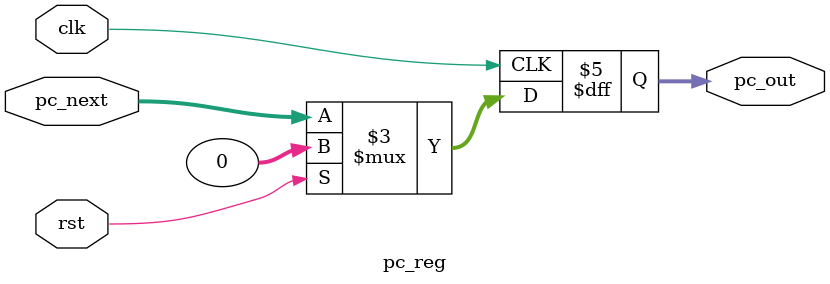
<source format=v>
module pc_reg(
    input wire clk, rst,
    input wire [31:0] pc_next,
    output reg [31:0] pc_out
);

    parameter [31:0] RESET_VECTOR = 32'h0000_0000;

    always @(posedge clk) begin
        if(rst)
            pc_out <= RESET_VECTOR;
        else
            pc_out <= pc_next; //hold
    end
endmodule

</source>
